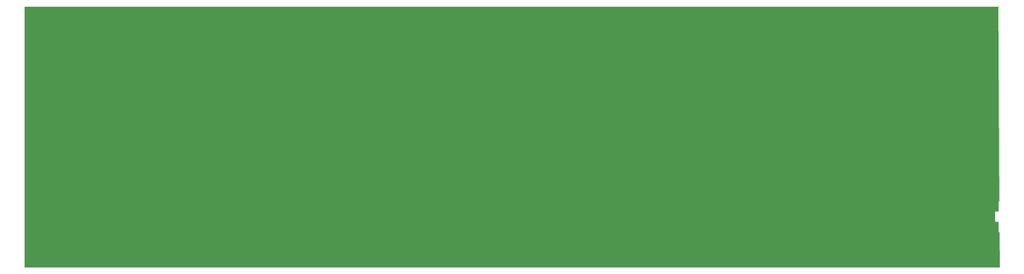
<source format=gbr>
%TF.GenerationSoftware,KiCad,Pcbnew,9.0.3*%
%TF.CreationDate,2025-09-09T09:23:44+09:00*%
%TF.ProjectId,Frekeys,4672656b-6579-4732-9e6b-696361645f70,rev?*%
%TF.SameCoordinates,Original*%
%TF.FileFunction,Profile,NP*%
%FSLAX46Y46*%
G04 Gerber Fmt 4.6, Leading zero omitted, Abs format (unit mm)*
G04 Created by KiCad (PCBNEW 9.0.3) date 2025-09-09 09:23:44*
%MOMM*%
%LPD*%
G01*
G04 APERTURE LIST*
%TA.AperFunction,Profile*%
%ADD10C,0.050000*%
%TD*%
%TA.AperFunction,Profile*%
%ADD11C,0.120000*%
%TD*%
G04 APERTURE END LIST*
D10*
X423000000Y-100500000D02*
X422500000Y-100500000D01*
X423000000Y-20000000D02*
X423000000Y-100500000D01*
X422500000Y-20000000D02*
X423000000Y-20000000D01*
X20000000Y-20000000D02*
X422500000Y-20000000D01*
X20000000Y-128000000D02*
X20000000Y-20000000D01*
X423000000Y-128000000D02*
X20000000Y-128000000D01*
X423000000Y-128000000D02*
X423000000Y-113500000D01*
X422500000Y-113500000D02*
X423000000Y-113500000D01*
D11*
%TO.C,J1*%
X421500000Y-109200000D02*
G75*
G02*
X421100000Y-108800000I1J400001D01*
G01*
X421100000Y-105200000D02*
G75*
G02*
X421500000Y-104800000I400000J0D01*
G01*
X422500000Y-109200000D02*
X422500000Y-113500000D01*
X422500000Y-104800000D02*
X422500000Y-100500000D01*
X421500000Y-109200000D02*
X422500000Y-109200000D01*
X421500000Y-104800000D02*
X422500000Y-104800000D01*
X421100000Y-105200000D02*
X421100000Y-108800000D01*
%TD*%
G36*
X422443611Y-20019685D02*
G01*
X422489366Y-20072489D01*
X422500571Y-20123426D01*
X422872108Y-100375426D01*
X422852734Y-100442556D01*
X422800142Y-100488555D01*
X422748109Y-100500000D01*
X422500000Y-100500000D01*
X422500000Y-104676000D01*
X422480315Y-104743039D01*
X422427511Y-104788794D01*
X422376000Y-104800000D01*
X421499991Y-104800000D01*
X421437040Y-104802461D01*
X421437038Y-104802461D01*
X421317274Y-104841375D01*
X421317269Y-104841377D01*
X421215394Y-104915394D01*
X421141377Y-105017269D01*
X421141375Y-105017274D01*
X421102461Y-105137038D01*
X421102461Y-105137040D01*
X421100000Y-105199991D01*
X421100000Y-108800008D01*
X421102461Y-108862959D01*
X421102461Y-108862961D01*
X421141375Y-108982725D01*
X421141377Y-108982730D01*
X421215394Y-109084605D01*
X421317269Y-109158622D01*
X421317274Y-109158624D01*
X421437039Y-109197538D01*
X421499991Y-109200000D01*
X422376000Y-109200000D01*
X422443039Y-109219685D01*
X422488794Y-109272489D01*
X422500000Y-109324000D01*
X422500000Y-113500000D01*
X422809442Y-113500000D01*
X422876481Y-113519685D01*
X422922236Y-113572489D01*
X422933441Y-113623426D01*
X422999423Y-127875426D01*
X422980049Y-127942556D01*
X422927457Y-127988555D01*
X422875424Y-128000000D01*
X20124000Y-128000000D01*
X20056961Y-127980315D01*
X20011206Y-127927511D01*
X20000000Y-127876000D01*
X20000000Y-20124000D01*
X20019685Y-20056961D01*
X20072489Y-20011206D01*
X20124000Y-20000000D01*
X422376572Y-20000000D01*
X422443611Y-20019685D01*
G37*
M02*

</source>
